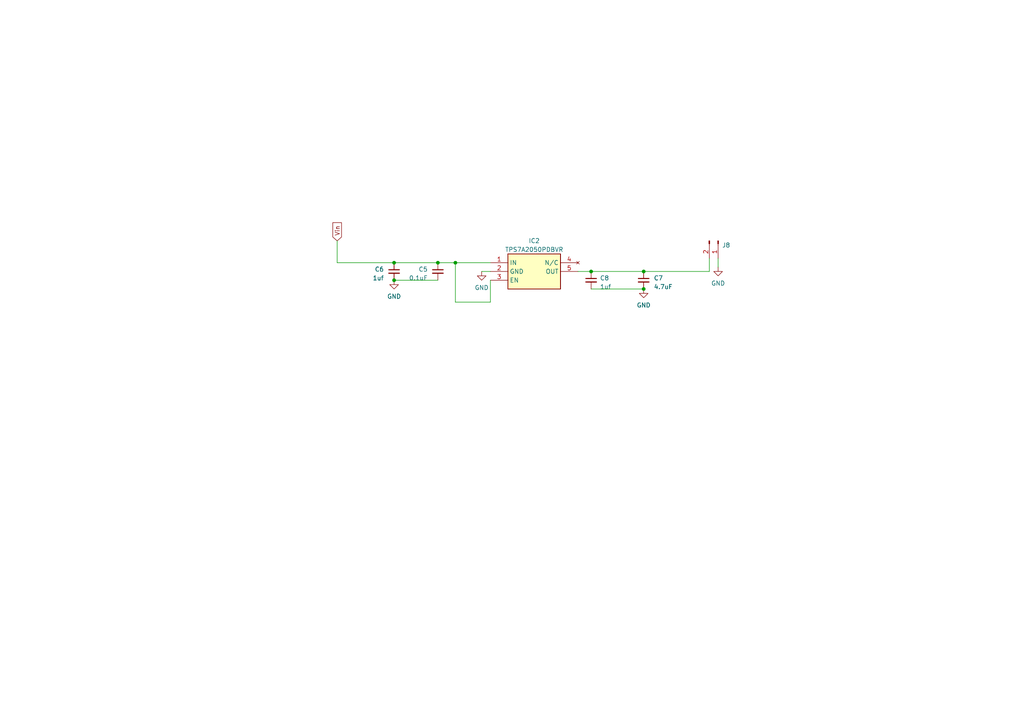
<source format=kicad_sch>
(kicad_sch (version 20230121) (generator eeschema)
  (paper "A4")
  (lib_symbols
    (symbol "Connector:Conn_01x02_Pin" (pin_names (offset 1.016) hide)
      (property "Reference" "J" (at 0 2.54 0))
      (property "Value" "Conn_01x02_Pin" (at 0 -5.08 0))
      (symbol "Conn_01x02_Pin_1_1"
        (polyline (pts (xy 1.27 -2.54) (xy 0.8636 -2.54)) (stroke (width 0.1524)))
        (polyline (pts (xy 1.27 0) (xy 0.8636 0)) (stroke (width 0.1524)))
        (rectangle (start 0.8636 -2.413) (end 0 -2.667) (stroke (width 0.1524)) (fill (type outline)))
        (rectangle (start 0.8636 0.127) (end 0 -0.127) (stroke (width 0.1524)) (fill (type outline)))
        (pin passive line (at 5.08 0 180) (length 3.81) (name "Pin_1") (number "1"))
        (pin passive line (at 5.08 -2.54 180) (length 3.81) (name "Pin_2") (number "2"))
      )
    )
    (symbol "Device:C_Small" (pin_numbers hide) (pin_names (offset 0.254) hide)
      (property "Reference" "C" (at 0.254 1.778 0))
      (property "Value" "C_Small" (at 0.254 -2.032 0))
      (symbol "C_Small_0_1"
        (polyline (pts (xy -1.524 -0.508) (xy 1.524 -0.508)) (stroke (width 0.3302)))
        (polyline (pts (xy -1.524 0.508) (xy 1.524 0.508)) (stroke (width 0.3048)))
      )
      (symbol "C_Small_1_1"
        (pin passive line (at 0 2.54 270) (length 2.032) (name "~") (number "1"))
        (pin passive line (at 0 -2.54 90) (length 2.032) (name "~") (number "2"))
      )
    )
    (symbol "Radar:DC_TPS7A20"
      (property "Reference" "IC" (at 21.59 7.62 0))
      (property "Value" "DC_TPS7A20" (at 21.59 5.08 0))
      (symbol "DC_TPS7A20_1_1"
        (rectangle (start 5.08 2.54) (end 20.32 -7.62) (stroke (width 0.254)) (fill (type background)))
        (pin passive line (at 0 0 0) (length 5.08) (name "IN") (number "1"))
        (pin passive line (at 0 -2.54 0) (length 5.08) (name "GND") (number "2"))
        (pin passive line (at 0 -5.08 0) (length 5.08) (name "EN") (number "3"))
        (pin no_connect line (at 25.4 0 180) (length 5.08) (name "N/C") (number "4"))
        (pin passive line (at 25.4 -2.54 180) (length 5.08) (name "OUT") (number "5"))
      )
    )
    (symbol "power:GND" (power) (pin_names (offset 0))
      (property "Value" "GND" (at 0 -3.81 0))
      (symbol "GND_0_1"
        (polyline (pts (xy 0 0) (xy 0 -1.27) (xy 1.27 -1.27) (xy 0 -2.54) (xy -1.27 -1.27) (xy 0 -1.27)))
      )
      (symbol "GND_1_1"
        (pin power_in line (at 0 0 270) (length 0) hide (name "GND") (number "1"))
      )
    )
  )
  (junction (at 186.69 83.82))
  (junction (at 114.3 76.2))
  (junction (at 186.69 78.74))
  (junction (at 132.08 76.2))
  (junction (at 127 76.2))
  (junction (at 114.3 81.28))
  (junction (at 171.45 78.74))
  (wire (pts (xy 142.24 81.28) (xy 142.24 87.63)))
  (wire (pts (xy 205.74 74.93) (xy 205.74 78.74)))
  (wire (pts (xy 97.79 76.2) (xy 114.3 76.2)))
  (wire (pts (xy 167.64 78.74) (xy 171.45 78.74)))
  (wire (pts (xy 208.28 77.47) (xy 208.28 74.93)))
  (wire (pts (xy 127 76.2) (xy 114.3 76.2)))
  (wire (pts (xy 97.79 69.85) (xy 97.79 76.2)))
  (wire (pts (xy 132.08 76.2) (xy 142.24 76.2)))
  (wire (pts (xy 205.74 78.74) (xy 186.69 78.74)))
  (wire (pts (xy 132.08 87.63) (xy 132.08 76.2)))
  (wire (pts (xy 142.24 87.63) (xy 132.08 87.63)))
  (wire (pts (xy 127 76.2) (xy 132.08 76.2)))
  (wire (pts (xy 139.7 78.74) (xy 142.24 78.74)))
  (wire (pts (xy 127 81.28) (xy 114.3 81.28)))
  (wire (pts (xy 171.45 83.82) (xy 186.69 83.82)))
  (wire (pts (xy 171.45 78.74) (xy 186.69 78.74)))
  (global_label "Vin" (shape input) (at 97.79 69.85 90) (property "Intersheetrefs" "${INTERSHEET_REFS}" (effects hide)))
  (symbol (lib_id "Connector:Conn_01x02_Pin") (at 208.28 69.85 270) (unit 1)
    (property "Reference" "J7" (at 209.423 71.12 90) (effects (justify left)))
    (property "Value" "Conn_01x02_Pin" (effects hide))
    (property "Footprint" "Connector_JST:JST_XH_B2B-XH-A_1x02_P2.50mm_Vertical" (effects hide))
    (instances (project "PowerBoard_20230712" (path "" (reference "J8") (unit 1)) (path "" (reference "J2") (unit 1)) (path "" (reference "J3") (unit 1))))
  )
  (symbol (lib_id "Device:C_Small") (at 186.69 81.28 0) (unit 1)
    (property "Reference" "C7" (at 189.611 80.6513 0) (effects (justify left)))
    (property "Value" "4.7uF" (at 189.611 83.1913 0) (effects (justify left)))
    (property "Footprint" "Capacitor_SMD:0603 usual" (effects hide))
    (instances (project "PowerBoard_20230712" (path "" (reference "C7") (unit 1)) (path "" (reference "C4") (unit 1)) (path "" (reference "C8") (unit 1)) (path "" (reference "C14") (unit 1))))
  )
  (symbol (lib_id "power:GND") (at 114.3 81.28 0) (mirror y) (unit 1)
    (property "Reference" "#PWR08" (effects hide))
    (property "Value" "GND" (at 114.3 85.979 0))
    (instances (project "PowerBoard_20230712" (path "" (reference "#PWR08") (unit 1)) (path "" (reference "#PWR03") (unit 1)) (path "" (reference "#PWR01") (unit 1)) (path "" (reference "#PWR09") (unit 1))))
  )
  (symbol (lib_id "Device:C_Small") (at 127 78.74 0) (mirror y) (unit 1)
    (property "Reference" "C5" (at 124.079 78.1113 0) (effects (justify left)))
    (property "Value" "0.1uF" (at 124.079 80.6513 0) (effects (justify left)))
    (property "Footprint" "Capacitor_SMD:0603 usual" (effects hide))
    (instances (project "PowerBoard_20230712" (path "" (reference "C5") (unit 1)) (path "" (reference "C2") (unit 1)) (path "" (reference "C6") (unit 1)) (path "" (reference "C12") (unit 1))))
  )
  (symbol (lib_id "power:GND") (at 139.7 78.74 0) (mirror y) (unit 1)
    (property "Reference" "#PWR010" (effects hide))
    (property "Value" "GND" (at 139.7 83.439 0))
    (instances (project "PowerBoard_20230712" (path "" (reference "#PWR010") (unit 1)) (path "" (reference "#PWR04") (unit 1)) (path "" (reference "#PWR06") (unit 1)) (path "" (reference "#PWR010") (unit 1))))
  )
  (symbol (lib_id "power:GND") (at 186.69 83.82 0) (unit 1)
    (property "Reference" "#PWR09" (effects hide))
    (property "Value" "GND" (at 186.69 88.519 0))
    (instances (project "PowerBoard_20230712" (path "" (reference "#PWR09") (unit 1)) (path "" (reference "#PWR05") (unit 1)) (path "" (reference "#PWR07") (unit 1)) (path "" (reference "#PWR014") (unit 1))))
  )
  (symbol (lib_id "Radar:DC_TPS7A20") (at 142.24 76.2 0) (unit 1)
    (property "Reference" "IC2" (at 154.94 69.85 0))
    (property "Value" "TPS7A2050PDBVR" (at 154.94 72.39 0))
    (property "Footprint" "Music_Lab:DC_SOT95P280X145-5N" (effects hide))
    (property "Datasheet" "https://www.ti.com/lit/ds/symlink/tps7a20.pdf?ts=1608958015178&ref_url=https%253A%252F%252Fwww.mouser.mx%252F" (effects hide))
    (property "Height" "1.45" (effects hide))
    (property "Mouser Part Number" "595-TPS7A2025PDBVR" (effects hide))
    (property "Mouser Price/Stock" "https://www.mouser.co.uk/ProductDetail/Texas-Instruments/TPS7A2025PDBVR?qs=hd1VzrDQEGjF%252BORCie8Lyg%3D%3D" (effects hide))
    (property "Manufacturer_Name" "Texas Instruments" (effects hide))
    (property "Manufacturer_Part_Number" "TPS7A2025PDBVR" (effects hide))
    (instances (project "PowerBoard_20230712" (path "" (reference "IC2") (unit 1)) (path "" (reference "IC3") (unit 1))))
  )
  (symbol (lib_id "power:GND") (at 208.28 77.47 0) (unit 1)
    (property "Reference" "#PWR09" (effects hide))
    (property "Value" "GND" (at 208.28 82.169 0))
    (instances (project "PowerBoard_20230712" (path "" (reference "#PWR09") (unit 1)) (path "" (reference "#PWR02") (unit 1)) (path "" (reference "#PWR08") (unit 1)) (path "" (reference "#PWR015") (unit 1))))
  )
  (symbol (lib_id "Device:C_Small") (at 114.3 78.74 0) (mirror y) (unit 1)
    (property "Reference" "C6" (at 111.379 78.1113 0) (effects (justify left)))
    (property "Value" "1uf" (at 111.379 80.6513 0) (effects (justify left)))
    (property "Footprint" "Capacitor_SMD:0603 usual" (effects hide))
    (instances (project "PowerBoard_20230712" (path "" (reference "C6") (unit 1)) (path "" (reference "C1") (unit 1)) (path "" (reference "C5") (unit 1)) (path "" (reference "C11") (unit 1))))
  )
  (symbol (lib_id "Device:C_Small") (at 171.45 81.28 0) (unit 1)
    (property "Reference" "C8" (at 173.99 80.6513 0) (effects (justify left)))
    (property "Value" "1uf" (at 173.99 83.1913 0) (effects (justify left)))
    (property "Footprint" "Capacitor_SMD:0603 usual" (effects hide))
    (instances (project "PowerBoard_20230712" (path "" (reference "C8") (unit 1)) (path "" (reference "C3") (unit 1)) (path "" (reference "C7") (unit 1)) (path "" (reference "C13") (unit 1))))
  )
)
</source>
